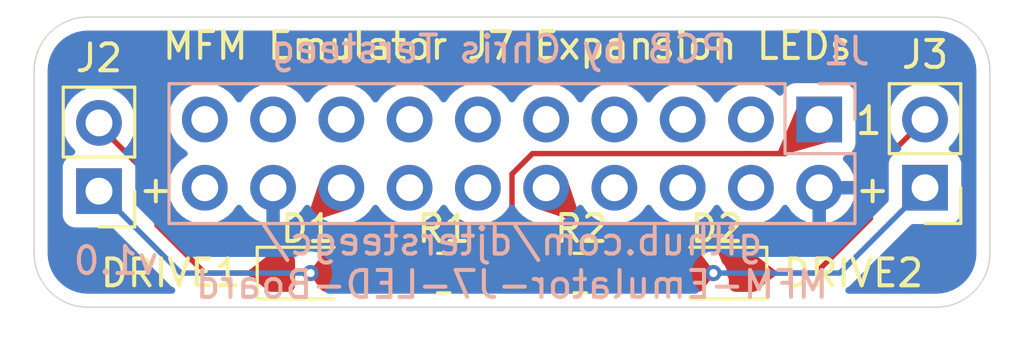
<source format=kicad_pcb>
(kicad_pcb (version 20240108) (generator "pcbnew") (generator_version "8.0")
  (title_block (title "MFM-Emulator-J7-LED-Board") (date "2025-01-05") (rev "v1.0") (company "Chris Tersteeg"))
  (layers (0 "F.Cu" signal) (31 "B.Cu" signal) (34 "B.Paste" user) (35 "F.Paste" user) (36 "B.SilkS" user "B.Silkscreen") (37 "F.SilkS" user "F.Silkscreen") (38 "B.Mask" user) (39 "F.Mask" user) (44 "Edge.Cuts" user))
  (net 0 "")
  (net 1 "Net-(D1-A)")
  (net 2 "Net-(D1-K)")
  (net 3 "Net-(D2-K)")
  (net 4 "Net-(D2-A)")
  (net 5 "+3.3V")
  (net 10 "GND")
  (footprint "LED_SMD:LED_0805_2012Metric_Pad1.15x1.40mm_HandSolder" (layer "F.Cu") (at 135.89 99.06)
    (property "Reference" "D1" (at 0 -1.651 0) (layer "F.SilkS"))
    (property "Value" "DRIVE1" (at -5.08 0 0) (layer "F.SilkS"))
    (fp_line (start -1.86 -0.96) (end -1.86 0.96) (stroke (width 0.12)) (layer "F.SilkS"))
    (fp_line (start -1.86 0.96) (end 1 0.96) (stroke (width 0.12)) (layer "F.SilkS"))
    (fp_line (start 1 -0.96) (end -1.86 -0.96) (stroke (width 0.12)) (layer "F.SilkS"))
    (pad "1" smd roundrect (at -1.025 0) (size 1.15 1.4) (layers "F.Cu" "F.Paste" "F.Mask") (roundrect_rratio 0.217391) (net 2 "Net-(D1-K)"))
    (pad "2" smd roundrect (at 1.025 0) (size 1.15 1.4) (layers "F.Cu" "F.Paste" "F.Mask") (roundrect_rratio 0.217391) (net 1 "Net-(D1-A)"))
  )
  (footprint "Connector_PinHeader_2.54mm:PinHeader_1x02_P2.54mm_Vertical" (layer "F.Cu") (at 128.143 96.012 180)
    (property "Reference" "J2" (at 0 4.953 360) (layer "F.SilkS"))
    (property "Value" "D1" (hide yes))
    (fp_line (start 1.33 1.27) (end 1.33 3.87) (stroke (width 0.12)) (layer "F.SilkS"))
    (fp_line (start -1.33 3.87) (end 1.33 3.87) (stroke (width 0.12)) (layer "F.SilkS"))
    (fp_line (start -1.33 1.27) (end 1.33 1.27) (stroke (width 0.12)) (layer "F.SilkS"))
    (fp_line (start -1.33 1.27) (end -1.33 3.87) (stroke (width 0.12)) (layer "F.SilkS"))
    (fp_line (start -1.33 0) (end -1.33 -1.33) (stroke (width 0.12)) (layer "F.SilkS"))
    (fp_line (start -1.33 -1.33) (end 0 -1.33) (stroke (width 0.12)) (layer "F.SilkS"))
    (pad "1" thru_hole rect (at 0 0 180) (size 1.7 1.7) (drill 1) (layers "*.Cu" "*.Mask") (net 1 "Net-(D1-A)"))
    (pad "2" thru_hole oval (at 0 2.54 180) (size 1.7 1.7) (drill 1) (layers "*.Cu" "*.Mask") (net 2 "Net-(D1-K)"))
  )
  (footprint "Connector_PinHeader_2.54mm:PinHeader_1x02_P2.54mm_Vertical" (layer "F.Cu") (at 158.877 95.885 180)
    (property "Reference" "J3" (at 0 4.953 360) (layer "F.SilkS"))
    (property "Value" "D2" (hide yes))
    (fp_line (start 1.33 1.27) (end 1.33 3.87) (stroke (width 0.12)) (layer "F.SilkS"))
    (fp_line (start -1.33 3.87) (end 1.33 3.87) (stroke (width 0.12)) (layer "F.SilkS"))
    (fp_line (start -1.33 1.27) (end 1.33 1.27) (stroke (width 0.12)) (layer "F.SilkS"))
    (fp_line (start -1.33 1.27) (end -1.33 3.87) (stroke (width 0.12)) (layer "F.SilkS"))
    (fp_line (start -1.33 0) (end -1.33 -1.33) (stroke (width 0.12)) (layer "F.SilkS"))
    (fp_line (start -1.33 -1.33) (end 0 -1.33) (stroke (width 0.12)) (layer "F.SilkS"))
    (pad "1" thru_hole rect (at 0 0 180) (size 1.7 1.7) (drill 1) (layers "*.Cu" "*.Mask") (net 4 "Net-(D2-A)"))
    (pad "2" thru_hole oval (at 0 2.54 180) (size 1.7 1.7) (drill 1) (layers "*.Cu" "*.Mask") (net 3 "Net-(D2-K)"))
  )
  (footprint "LED_SMD:LED_0805_2012Metric_Pad1.15x1.40mm_HandSolder" (layer "F.Cu") (at 151.13 99.06 180)
    (property "Reference" "D2" (at 0 1.651 0) (layer "F.SilkS"))
    (property "Value" "DRIVE2" (at -5.08 0 0) (layer "F.SilkS"))
    (fp_line (start 1 -0.96) (end -1.86 -0.96) (stroke (width 0.12)) (layer "F.SilkS"))
    (fp_line (start -1.86 0.96) (end 1 0.96) (stroke (width 0.12)) (layer "F.SilkS"))
    (fp_line (start -1.86 -0.96) (end -1.86 0.96) (stroke (width 0.12)) (layer "F.SilkS"))
    (pad "1" smd roundrect (at -1.025 0 180) (size 1.15 1.4) (layers "F.Cu" "F.Paste" "F.Mask") (roundrect_rratio 0.217391) (net 3 "Net-(D2-K)"))
    (pad "2" smd roundrect (at 1.025 0 180) (size 1.15 1.4) (layers "F.Cu" "F.Paste" "F.Mask") (roundrect_rratio 0.217391) (net 4 "Net-(D2-A)"))
  )
  (footprint "Resistor_SMD:R_0805_2012Metric_Pad1.20x1.40mm_HandSolder" (layer "F.Cu") (at 146.05 99.06 180)
    (property "Reference" "R2" (at -0.039 1.651 0) (layer "F.SilkS"))
    (property "Value" "330R")
    (fp_line (start -0.227064 0.735) (end 0.227064 0.735) (stroke (width 0.12)) (layer "F.SilkS"))
    (fp_line (start -0.227064 -0.735) (end 0.227064 -0.735) (stroke (width 0.12)) (layer "F.SilkS"))
    (pad "1" smd roundrect (at -1 0 180) (size 1.2 1.4) (layers "F.Cu" "F.Paste" "F.Mask") (roundrect_rratio 0.208333) (net 4 "Net-(D2-A)"))
    (pad "2" smd roundrect (at 1 0 180) (size 1.2 1.4) (layers "F.Cu" "F.Paste" "F.Mask") (roundrect_rratio 0.208333) (net 5 "+3.3V"))
  )
  (footprint "Resistor_SMD:R_0805_2012Metric_Pad1.20x1.40mm_HandSolder" (layer "F.Cu") (at 140.97 99.06)
    (property "Reference" "R1" (at 0 -1.651 0) (layer "F.SilkS"))
    (property "Value" "330R")
    (fp_line (start -0.227064 -0.735) (end 0.227064 -0.735) (stroke (width 0.12)) (layer "F.SilkS"))
    (fp_line (start -0.227064 0.735) (end 0.227064 0.735) (stroke (width 0.12)) (layer "F.SilkS"))
    (pad "1" smd roundrect (at -1 0) (size 1.2 1.4) (layers "F.Cu" "F.Paste" "F.Mask") (roundrect_rratio 0.208333) (net 1 "Net-(D1-A)"))
    (pad "2" smd roundrect (at 1 0) (size 1.2 1.4) (layers "F.Cu" "F.Paste" "F.Mask") (roundrect_rratio 0.208333) (net 5 "+3.3V"))
  )
  (footprint "Connector_PinSocket_2.54mm:PinSocket_2x10_P2.54mm_Vertical" (layer "B.Cu") (at 154.94 93.345 90)
    (property "Reference" "J1" (at 2.54 1.016 180) (layer "B.SilkS") (effects (justify mirror)))
    (property "Value" "J7 Expansion")
    (fp_line (start 1.33 -24.19) (end -3.87 -24.19) (stroke (width 0.12)) (layer "B.SilkS"))
    (fp_line (start 1.33 -24.19) (end 1.33 -1.27) (stroke (width 0.12)) (layer "B.SilkS"))
    (fp_line (start -3.87 -24.19) (end -3.87 1.33) (stroke (width 0.12)) (layer "B.SilkS"))
    (fp_line (start 1.33 -1.27) (end -1.27 -1.27) (stroke (width 0.12)) (layer "B.SilkS"))
    (fp_line (start -1.27 -1.27) (end -1.27 1.33) (stroke (width 0.12)) (layer "B.SilkS"))
    (fp_line (start 1.33 0) (end 1.33 1.33) (stroke (width 0.12)) (layer "B.SilkS"))
    (fp_line (start 1.33 1.33) (end 0 1.33) (stroke (width 0.12)) (layer "B.SilkS"))
    (fp_line (start -1.27 1.33) (end -3.87 1.33) (stroke (width 0.12)) (layer "B.SilkS"))
    (pad "1" thru_hole rect (at 0 0 90) (size 1.7 1.7) (drill 1) (layers "*.Cu" "*.Mask") (net 5 "+3.3V"))
    (pad "2" thru_hole oval (at -2.54 0 90) (size 1.7 1.7) (drill 1) (layers "*.Cu" "*.Mask") (net 10 "GND"))
    (pad "3" thru_hole oval (at 0 -2.54 90) (size 1.7 1.7) (drill 1) (layers "*.Cu" "*.Mask"))
    (pad "4" thru_hole oval (at -2.54 -2.54 90) (size 1.7 1.7) (drill 1) (layers "*.Cu" "*.Mask"))
    (pad "5" thru_hole oval (at 0 -5.08 90) (size 1.7 1.7) (drill 1) (layers "*.Cu" "*.Mask"))
    (pad "6" thru_hole oval (at -2.54 -5.08 90) (size 1.7 1.7) (drill 1) (layers "*.Cu" "*.Mask"))
    (pad "7" thru_hole oval (at 0 -7.62 90) (size 1.7 1.7) (drill 1) (layers "*.Cu" "*.Mask"))
    (pad "8" thru_hole oval (at -2.54 -7.62 90) (size 1.7 1.7) (drill 1) (layers "*.Cu" "*.Mask"))
    (pad "9" thru_hole oval (at 0 -10.16 90) (size 1.7 1.7) (drill 1) (layers "*.Cu" "*.Mask"))
    (pad "10" thru_hole oval (at -2.54 -10.16 90) (size 1.7 1.7) (drill 1) (layers "*.Cu" "*.Mask") (net 3 "Net-(D2-K)"))
    (pad "11" thru_hole oval (at 0 -12.7 90) (size 1.7 1.7) (drill 1) (layers "*.Cu" "*.Mask"))
    (pad "12" thru_hole oval (at -2.54 -12.7 90) (size 1.7 1.7) (drill 1) (layers "*.Cu" "*.Mask"))
    (pad "13" thru_hole oval (at 0 -15.24 90) (size 1.7 1.7) (drill 1) (layers "*.Cu" "*.Mask"))
    (pad "14" thru_hole oval (at -2.54 -15.24 90) (size 1.7 1.7) (drill 1) (layers "*.Cu" "*.Mask"))
    (pad "15" thru_hole oval (at 0 -17.78 90) (size 1.7 1.7) (drill 1) (layers "*.Cu" "*.Mask"))
    (pad "16" thru_hole oval (at -2.54 -17.78 90) (size 1.7 1.7) (drill 1) (layers "*.Cu" "*.Mask") (net 2 "Net-(D1-K)"))
    (pad "17" thru_hole oval (at 0 -20.32 90) (size 1.7 1.7) (drill 1) (layers "*.Cu" "*.Mask"))
    (pad "18" thru_hole oval (at -2.54 -20.32 90) (size 1.7 1.7) (drill 1) (layers "*.Cu" "*.Mask") (net 10 "GND"))
    (pad "19" thru_hole oval (at 0 -22.86 90) (size 1.7 1.7) (drill 1) (layers "*.Cu" "*.Mask"))
    (pad "20" thru_hole oval (at -2.54 -22.86 90) (size 1.7 1.7) (drill 1) (layers "*.Cu" "*.Mask"))
  )
  (gr_line (start 125.73 98.33) (end 125.73 91.535) (stroke (width 0.05)) (layer "Edge.Cuts"))
  (gr_arc (start 161.29 98.33) (mid 160.704214 99.744214) (end 159.29 100.33) (stroke (width 0.05)) (layer "Edge.Cuts"))
  (gr_line (start 159.29 100.33) (end 127.73 100.33) (stroke (width 0.05)) (layer "Edge.Cuts"))
  (gr_line (start 161.29 91.535) (end 161.29 98.33) (stroke (width 0.05)) (layer "Edge.Cuts"))
  (gr_line (start 127.73 89.535) (end 159.29 89.535) (stroke (width 0.05)) (layer "Edge.Cuts"))
  (gr_arc (start 127.73 100.33) (mid 126.315786 99.744214) (end 125.73 98.33) (stroke (width 0.05)) (layer "Edge.Cuts"))
  (gr_arc (start 159.29 89.535) (mid 160.704214 90.120786) (end 161.29 91.535) (stroke (width 0.05)) (layer "Edge.Cuts"))
  (gr_arc (start 125.73 91.535) (mid 126.315786 90.120786) (end 127.73 89.535) (stroke (width 0.05)) (layer "Edge.Cuts"))
  (gr_text "github.com/djtersteegc/\nMFM-Emulator-J7-LED-Board" (at 143.51 100.076 0) (layer "B.SilkS") (effects (font (size 1 1)) (justify bottom mirror)))
  (gr_text "v1.0" (at 128.778 99.187 0) (layer "B.SilkS") (effects (font (size 1 1)) (justify bottom mirror)))
  (gr_text "PCB by Chris Tersteeg" (at 151.638 91.313 0) (layer "B.SilkS") (effects (font (size 1 1)) (justify left bottom mirror)))
  (gr_text "MFM Emulator J7 Expansion LEDs" (at 130.429 91.186 0) (layer "F.SilkS") (effects (font (size 1 1)) (justify left bottom)))
  (gr_text "1" (at 156.21 93.98 0) (layer "F.SilkS") (effects (font (size 1 1)) (justify left bottom)))
  (gr_text "+" (at 129.54 96.52 0) (layer "F.SilkS") (effects (font (size 1 1)) (justify left bottom)))
  (gr_text "+" (at 156.21 96.52 0) (layer "F.SilkS") (effects (font (size 1 1)) (justify left bottom)))
  (segment (start 136.915 99.06) (end 139.97 99.06) (width 0.2) (layer "F.Cu") (net 1))
  (segment (start 136.915 99.06) (end 136.017 99.06) (width 0.2) (layer "F.Cu") (net 1))
  (via (at 136.017 99.06) (size 0.6) (drill 0.3) (layers "F.Cu" "B.Cu") (net 1))
  (segment (start 136.017 99.06) (end 131.191 99.06) (width 0.2) (layer "B.Cu") (net 1))
  (segment (start 131.191 99.06) (end 128.143 96.012) (width 0.2) (layer "B.Cu") (net 1))
  (segment (start 130.302 95.733346) (end 128.143 93.574346) (width 0.2) (layer "F.Cu") (net 2))
  (segment (start 134.865 98.18) (end 137.16 95.885) (width 0.2) (layer "F.Cu") (net 2))
  (segment (start 134.865 99.06) (end 132.08 99.06) (width 0.2) (layer "F.Cu") (net 2))
  (segment (start 128.143 93.574346) (end 128.143 93.472) (width 0.2) (layer "F.Cu") (net 2))
  (segment (start 130.302 97.282) (end 130.302 95.733346) (width 0.2) (layer "F.Cu") (net 2))
  (segment (start 132.08 99.06) (end 130.302 97.282) (width 0.2) (layer "F.Cu") (net 2))
  (segment (start 134.865 99.06) (end 134.865 98.18) (width 0.2) (layer "F.Cu") (net 2))
  (segment (start 154.813 99.06) (end 156.845 97.028) (width 0.2) (layer "F.Cu") (net 3))
  (segment (start 156.845 95.377) (end 158.877 93.345) (width 0.2) (layer "F.Cu") (net 3))
  (segment (start 150.504 97.409) (end 146.304 97.409) (width 0.2) (layer "F.Cu") (net 3))
  (segment (start 152.155 99.06) (end 150.504 97.409) (width 0.2) (layer "F.Cu") (net 3))
  (segment (start 146.304 97.409) (end 144.78 95.885) (width 0.2) (layer "F.Cu") (net 3))
  (segment (start 156.845 97.028) (end 156.845 95.377) (width 0.2) (layer "F.Cu") (net 3))
  (segment (start 152.155 99.06) (end 154.813 99.06) (width 0.2) (layer "F.Cu") (net 3))
  (segment (start 150.105 99.06) (end 151.003 99.06) (width 0.2) (layer "F.Cu") (net 4))
  (segment (start 147.05 99.06) (end 150.105 99.06) (width 0.2) (layer "F.Cu") (net 4))
  (via (at 151.003 99.06) (size 0.6) (drill 0.3) (layers "F.Cu" "B.Cu") (net 4))
  (segment (start 151.003 99.06) (end 155.702 99.06) (width 0.2) (layer "B.Cu") (net 4))
  (segment (start 155.702 99.06) (end 158.877 95.885) (width 0.2) (layer "B.Cu") (net 4))
  (segment (start 145.05 99.06) (end 141.97 99.06) (width 0.2) (layer "F.Cu") (net 5))
  (segment (start 144.272 94.615) (end 153.67 94.615) (width 0.2) (layer "F.Cu") (net 5))
  (segment (start 143.51 95.377) (end 144.272 94.615) (width 0.2) (layer "F.Cu") (net 5))
  (segment (start 141.97 99.06) (end 143.51 97.52) (width 0.2) (layer "F.Cu") (net 5))
  (segment (start 143.51 97.52) (end 143.51 95.377) (width 0.2) (layer "F.Cu") (net 5))
  (segment (start 153.67 94.615) (end 154.94 93.345) (width 0.2) (layer "F.Cu") (net 5))
  (zone (net 10) (net_name "GND") (layer "B.Cu") (connect_pads (clearance 0.5)) (min_thickness 0.25) (fill yes (thermal_gap 0.5) (thermal_bridge_width 0.5))
    (polygon (pts (xy 124.46 88.9) (xy 162.56 88.9) (xy 162.56 101.6) (xy 124.46 101.6)))
  )
)
</source>
